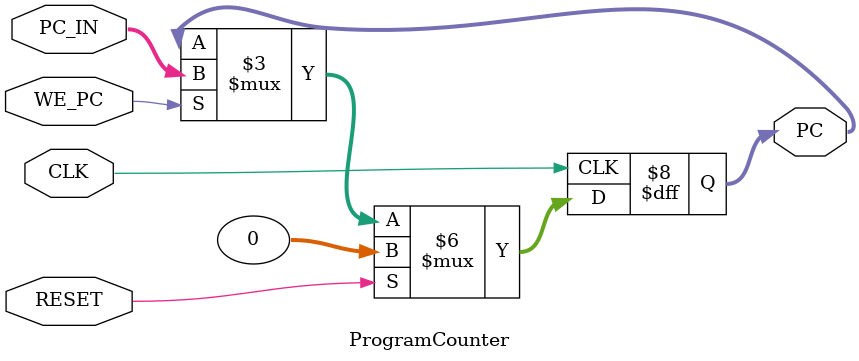
<source format=v>
`timescale 1ns / 1ps
/*
----------------------------------------------------------------------------------
-- Company: NUS	
-- Engineer: (c) Rajesh Panicker  
-- 
-- Create Date: 09/22/2020 06:49:10 PM
-- Module Name: ProgramCounter
-- Project Name: CG3207 Project
-- Target Devices: Nexys 4 / Basys 3
-- Tool Versions: Vivado 2019.2
-- Description: RISC-V Processor Program Counter Module
-- 
-- Dependencies: NIL
-- 
-- Revision:
-- Revision 0.01 - File Created
-- Additional Comments: Interface and implementation can be modified.
-- 
----------------------------------------------------------------------------------

----------------------------------------------------------------------------------
--	License terms :
--	You are free to use this code as long as you
--		(i) DO NOT post it on any public repository;
--		(ii) use it only for educational purposes;
--		(iii) accept the responsibility to ensure that your implementation does not violate anyone's intellectual property.
--		(iv) accept that the program is provided "as is" without warranty of any kind or assurance regarding its suitability for any particular purpose;
--		(v) send an email to rajesh<dot>panicker<at>ieee.org briefly mentioning its use (except when used for the course CG3207 at the National University of Singapore);
--		(vi) retain this notice in this file as well as any files derived from this.
----------------------------------------------------------------------------------
*/

module ProgramCounter(
    input CLK,
    input RESET,
    input WE_PC,    // write enable
    input [31:0] PC_IN,
    output reg [31:0] PC  
    );
    
    //Perhaps pass the default PC value as a parameter from Wrapper. For future.
    // V2: Initialization for PC.
    initial begin 
        PC <= 32'h00000000; // Should be the same as IROM_BASE in Wrapper.v, 
        					//  and the .txt starting address in RARS Memory Configuration.
        					// RARS default = 32'h00400000. It is 32'h00000000 for compact memory configuration with .text at 0
    end
    
    always@( posedge CLK )
    begin
        if(RESET)
            PC <= 32'h00000000; // Should be the same as the initial value above.
        else if(WE_PC)
            PC <= PC_IN ;        
    end
    
endmodule











</source>
